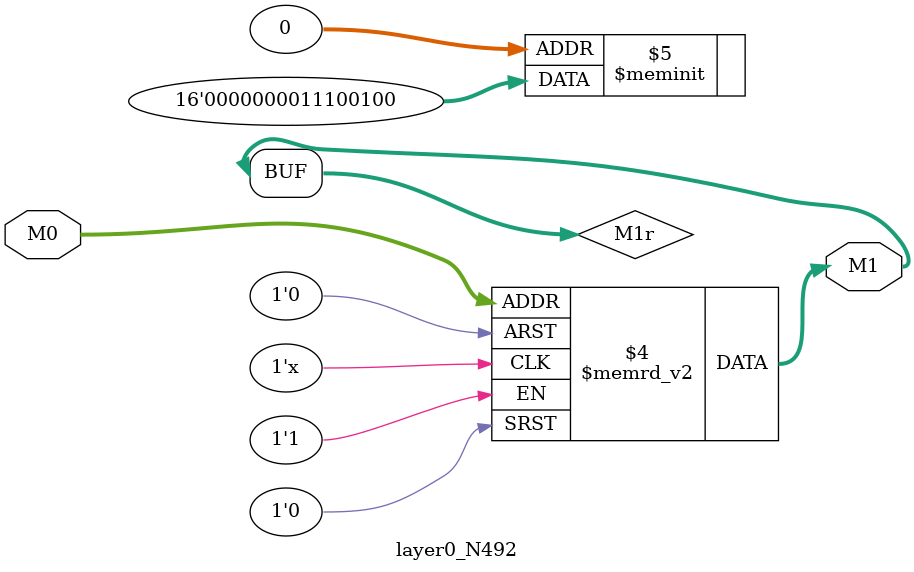
<source format=v>
module layer0_N492 ( input [2:0] M0, output [1:0] M1 );

	(*rom_style = "distributed" *) reg [1:0] M1r;
	assign M1 = M1r;
	always @ (M0) begin
		case (M0)
			3'b000: M1r = 2'b00;
			3'b100: M1r = 2'b00;
			3'b010: M1r = 2'b10;
			3'b110: M1r = 2'b00;
			3'b001: M1r = 2'b01;
			3'b101: M1r = 2'b00;
			3'b011: M1r = 2'b11;
			3'b111: M1r = 2'b00;

		endcase
	end
endmodule

</source>
